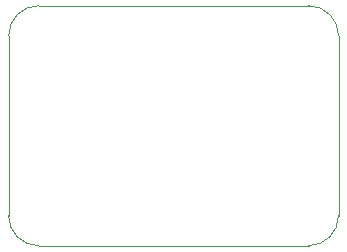
<source format=gbr>
%TF.GenerationSoftware,KiCad,Pcbnew,(5.1.9)-1*%
%TF.CreationDate,2021-03-16T19:24:25-04:00*%
%TF.ProjectId,VVA_Macom,5656415f-4d61-4636-9f6d-2e6b69636164,rev?*%
%TF.SameCoordinates,Original*%
%TF.FileFunction,Profile,NP*%
%FSLAX46Y46*%
G04 Gerber Fmt 4.6, Leading zero omitted, Abs format (unit mm)*
G04 Created by KiCad (PCBNEW (5.1.9)-1) date 2021-03-16 19:24:25*
%MOMM*%
%LPD*%
G01*
G04 APERTURE LIST*
%TA.AperFunction,Profile*%
%ADD10C,0.050000*%
%TD*%
G04 APERTURE END LIST*
D10*
X133350000Y-90170000D02*
X156210000Y-90170000D01*
X130810000Y-72390000D02*
X130810000Y-87630000D01*
X156210000Y-69850000D02*
X133350000Y-69850000D01*
X158750000Y-87630000D02*
X158750000Y-72390000D01*
X158750000Y-87630000D02*
G75*
G02*
X156210000Y-90170000I-2540000J0D01*
G01*
X133350000Y-90170000D02*
G75*
G02*
X130810000Y-87630000I0J2540000D01*
G01*
X130810000Y-72390000D02*
G75*
G02*
X133350000Y-69850000I2540000J0D01*
G01*
X156210000Y-69850000D02*
G75*
G02*
X158750000Y-72390000I0J-2540000D01*
G01*
M02*

</source>
